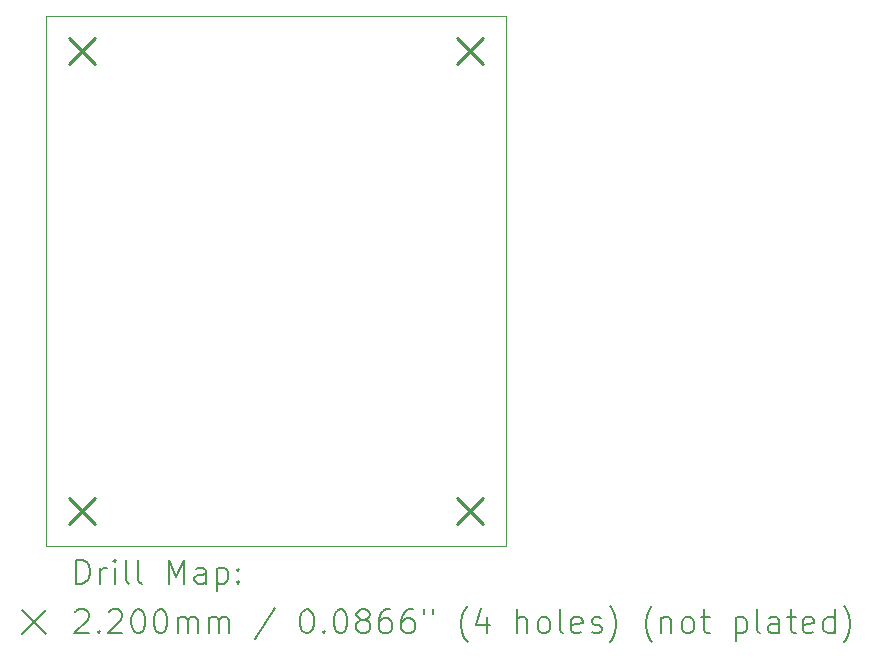
<source format=gbr>
%TF.GenerationSoftware,KiCad,Pcbnew,8.0.1*%
%TF.CreationDate,2024-04-15T20:02:09-07:00*%
%TF.ProjectId,Ideal OR Diode,49646561-6c20-44f5-9220-44696f64652e,1.0*%
%TF.SameCoordinates,Original*%
%TF.FileFunction,Drillmap*%
%TF.FilePolarity,Positive*%
%FSLAX45Y45*%
G04 Gerber Fmt 4.5, Leading zero omitted, Abs format (unit mm)*
G04 Created by KiCad (PCBNEW 8.0.1) date 2024-04-15 20:02:09*
%MOMM*%
%LPD*%
G01*
G04 APERTURE LIST*
%ADD10C,0.100000*%
%ADD11C,0.200000*%
%ADD12C,0.220000*%
G04 APERTURE END LIST*
D10*
X11400000Y-6080000D02*
X15290000Y-6080000D01*
X15290000Y-10570000D01*
X11400000Y-10570000D01*
X11400000Y-6080000D01*
D11*
D12*
X11590000Y-6270000D02*
X11810000Y-6490000D01*
X11810000Y-6270000D02*
X11590000Y-6490000D01*
X11590000Y-10160000D02*
X11810000Y-10380000D01*
X11810000Y-10160000D02*
X11590000Y-10380000D01*
X14880000Y-6270000D02*
X15100000Y-6490000D01*
X15100000Y-6270000D02*
X14880000Y-6490000D01*
X14880000Y-10160000D02*
X15100000Y-10380000D01*
X15100000Y-10160000D02*
X14880000Y-10380000D01*
D11*
X11655777Y-10886484D02*
X11655777Y-10686484D01*
X11655777Y-10686484D02*
X11703396Y-10686484D01*
X11703396Y-10686484D02*
X11731967Y-10696008D01*
X11731967Y-10696008D02*
X11751015Y-10715055D01*
X11751015Y-10715055D02*
X11760539Y-10734103D01*
X11760539Y-10734103D02*
X11770062Y-10772198D01*
X11770062Y-10772198D02*
X11770062Y-10800770D01*
X11770062Y-10800770D02*
X11760539Y-10838865D01*
X11760539Y-10838865D02*
X11751015Y-10857912D01*
X11751015Y-10857912D02*
X11731967Y-10876960D01*
X11731967Y-10876960D02*
X11703396Y-10886484D01*
X11703396Y-10886484D02*
X11655777Y-10886484D01*
X11855777Y-10886484D02*
X11855777Y-10753150D01*
X11855777Y-10791246D02*
X11865301Y-10772198D01*
X11865301Y-10772198D02*
X11874824Y-10762674D01*
X11874824Y-10762674D02*
X11893872Y-10753150D01*
X11893872Y-10753150D02*
X11912920Y-10753150D01*
X11979586Y-10886484D02*
X11979586Y-10753150D01*
X11979586Y-10686484D02*
X11970062Y-10696008D01*
X11970062Y-10696008D02*
X11979586Y-10705531D01*
X11979586Y-10705531D02*
X11989110Y-10696008D01*
X11989110Y-10696008D02*
X11979586Y-10686484D01*
X11979586Y-10686484D02*
X11979586Y-10705531D01*
X12103396Y-10886484D02*
X12084348Y-10876960D01*
X12084348Y-10876960D02*
X12074824Y-10857912D01*
X12074824Y-10857912D02*
X12074824Y-10686484D01*
X12208158Y-10886484D02*
X12189110Y-10876960D01*
X12189110Y-10876960D02*
X12179586Y-10857912D01*
X12179586Y-10857912D02*
X12179586Y-10686484D01*
X12436729Y-10886484D02*
X12436729Y-10686484D01*
X12436729Y-10686484D02*
X12503396Y-10829341D01*
X12503396Y-10829341D02*
X12570062Y-10686484D01*
X12570062Y-10686484D02*
X12570062Y-10886484D01*
X12751015Y-10886484D02*
X12751015Y-10781722D01*
X12751015Y-10781722D02*
X12741491Y-10762674D01*
X12741491Y-10762674D02*
X12722443Y-10753150D01*
X12722443Y-10753150D02*
X12684348Y-10753150D01*
X12684348Y-10753150D02*
X12665301Y-10762674D01*
X12751015Y-10876960D02*
X12731967Y-10886484D01*
X12731967Y-10886484D02*
X12684348Y-10886484D01*
X12684348Y-10886484D02*
X12665301Y-10876960D01*
X12665301Y-10876960D02*
X12655777Y-10857912D01*
X12655777Y-10857912D02*
X12655777Y-10838865D01*
X12655777Y-10838865D02*
X12665301Y-10819817D01*
X12665301Y-10819817D02*
X12684348Y-10810293D01*
X12684348Y-10810293D02*
X12731967Y-10810293D01*
X12731967Y-10810293D02*
X12751015Y-10800770D01*
X12846253Y-10753150D02*
X12846253Y-10953150D01*
X12846253Y-10762674D02*
X12865301Y-10753150D01*
X12865301Y-10753150D02*
X12903396Y-10753150D01*
X12903396Y-10753150D02*
X12922443Y-10762674D01*
X12922443Y-10762674D02*
X12931967Y-10772198D01*
X12931967Y-10772198D02*
X12941491Y-10791246D01*
X12941491Y-10791246D02*
X12941491Y-10848389D01*
X12941491Y-10848389D02*
X12931967Y-10867436D01*
X12931967Y-10867436D02*
X12922443Y-10876960D01*
X12922443Y-10876960D02*
X12903396Y-10886484D01*
X12903396Y-10886484D02*
X12865301Y-10886484D01*
X12865301Y-10886484D02*
X12846253Y-10876960D01*
X13027205Y-10867436D02*
X13036729Y-10876960D01*
X13036729Y-10876960D02*
X13027205Y-10886484D01*
X13027205Y-10886484D02*
X13017682Y-10876960D01*
X13017682Y-10876960D02*
X13027205Y-10867436D01*
X13027205Y-10867436D02*
X13027205Y-10886484D01*
X13027205Y-10762674D02*
X13036729Y-10772198D01*
X13036729Y-10772198D02*
X13027205Y-10781722D01*
X13027205Y-10781722D02*
X13017682Y-10772198D01*
X13017682Y-10772198D02*
X13027205Y-10762674D01*
X13027205Y-10762674D02*
X13027205Y-10781722D01*
X11195000Y-11115000D02*
X11395000Y-11315000D01*
X11395000Y-11115000D02*
X11195000Y-11315000D01*
X11646253Y-11125531D02*
X11655777Y-11116008D01*
X11655777Y-11116008D02*
X11674824Y-11106484D01*
X11674824Y-11106484D02*
X11722443Y-11106484D01*
X11722443Y-11106484D02*
X11741491Y-11116008D01*
X11741491Y-11116008D02*
X11751015Y-11125531D01*
X11751015Y-11125531D02*
X11760539Y-11144579D01*
X11760539Y-11144579D02*
X11760539Y-11163627D01*
X11760539Y-11163627D02*
X11751015Y-11192198D01*
X11751015Y-11192198D02*
X11636729Y-11306484D01*
X11636729Y-11306484D02*
X11760539Y-11306484D01*
X11846253Y-11287436D02*
X11855777Y-11296960D01*
X11855777Y-11296960D02*
X11846253Y-11306484D01*
X11846253Y-11306484D02*
X11836729Y-11296960D01*
X11836729Y-11296960D02*
X11846253Y-11287436D01*
X11846253Y-11287436D02*
X11846253Y-11306484D01*
X11931967Y-11125531D02*
X11941491Y-11116008D01*
X11941491Y-11116008D02*
X11960539Y-11106484D01*
X11960539Y-11106484D02*
X12008158Y-11106484D01*
X12008158Y-11106484D02*
X12027205Y-11116008D01*
X12027205Y-11116008D02*
X12036729Y-11125531D01*
X12036729Y-11125531D02*
X12046253Y-11144579D01*
X12046253Y-11144579D02*
X12046253Y-11163627D01*
X12046253Y-11163627D02*
X12036729Y-11192198D01*
X12036729Y-11192198D02*
X11922443Y-11306484D01*
X11922443Y-11306484D02*
X12046253Y-11306484D01*
X12170062Y-11106484D02*
X12189110Y-11106484D01*
X12189110Y-11106484D02*
X12208158Y-11116008D01*
X12208158Y-11116008D02*
X12217682Y-11125531D01*
X12217682Y-11125531D02*
X12227205Y-11144579D01*
X12227205Y-11144579D02*
X12236729Y-11182674D01*
X12236729Y-11182674D02*
X12236729Y-11230293D01*
X12236729Y-11230293D02*
X12227205Y-11268388D01*
X12227205Y-11268388D02*
X12217682Y-11287436D01*
X12217682Y-11287436D02*
X12208158Y-11296960D01*
X12208158Y-11296960D02*
X12189110Y-11306484D01*
X12189110Y-11306484D02*
X12170062Y-11306484D01*
X12170062Y-11306484D02*
X12151015Y-11296960D01*
X12151015Y-11296960D02*
X12141491Y-11287436D01*
X12141491Y-11287436D02*
X12131967Y-11268388D01*
X12131967Y-11268388D02*
X12122443Y-11230293D01*
X12122443Y-11230293D02*
X12122443Y-11182674D01*
X12122443Y-11182674D02*
X12131967Y-11144579D01*
X12131967Y-11144579D02*
X12141491Y-11125531D01*
X12141491Y-11125531D02*
X12151015Y-11116008D01*
X12151015Y-11116008D02*
X12170062Y-11106484D01*
X12360539Y-11106484D02*
X12379586Y-11106484D01*
X12379586Y-11106484D02*
X12398634Y-11116008D01*
X12398634Y-11116008D02*
X12408158Y-11125531D01*
X12408158Y-11125531D02*
X12417682Y-11144579D01*
X12417682Y-11144579D02*
X12427205Y-11182674D01*
X12427205Y-11182674D02*
X12427205Y-11230293D01*
X12427205Y-11230293D02*
X12417682Y-11268388D01*
X12417682Y-11268388D02*
X12408158Y-11287436D01*
X12408158Y-11287436D02*
X12398634Y-11296960D01*
X12398634Y-11296960D02*
X12379586Y-11306484D01*
X12379586Y-11306484D02*
X12360539Y-11306484D01*
X12360539Y-11306484D02*
X12341491Y-11296960D01*
X12341491Y-11296960D02*
X12331967Y-11287436D01*
X12331967Y-11287436D02*
X12322443Y-11268388D01*
X12322443Y-11268388D02*
X12312920Y-11230293D01*
X12312920Y-11230293D02*
X12312920Y-11182674D01*
X12312920Y-11182674D02*
X12322443Y-11144579D01*
X12322443Y-11144579D02*
X12331967Y-11125531D01*
X12331967Y-11125531D02*
X12341491Y-11116008D01*
X12341491Y-11116008D02*
X12360539Y-11106484D01*
X12512920Y-11306484D02*
X12512920Y-11173150D01*
X12512920Y-11192198D02*
X12522443Y-11182674D01*
X12522443Y-11182674D02*
X12541491Y-11173150D01*
X12541491Y-11173150D02*
X12570063Y-11173150D01*
X12570063Y-11173150D02*
X12589110Y-11182674D01*
X12589110Y-11182674D02*
X12598634Y-11201722D01*
X12598634Y-11201722D02*
X12598634Y-11306484D01*
X12598634Y-11201722D02*
X12608158Y-11182674D01*
X12608158Y-11182674D02*
X12627205Y-11173150D01*
X12627205Y-11173150D02*
X12655777Y-11173150D01*
X12655777Y-11173150D02*
X12674824Y-11182674D01*
X12674824Y-11182674D02*
X12684348Y-11201722D01*
X12684348Y-11201722D02*
X12684348Y-11306484D01*
X12779586Y-11306484D02*
X12779586Y-11173150D01*
X12779586Y-11192198D02*
X12789110Y-11182674D01*
X12789110Y-11182674D02*
X12808158Y-11173150D01*
X12808158Y-11173150D02*
X12836729Y-11173150D01*
X12836729Y-11173150D02*
X12855777Y-11182674D01*
X12855777Y-11182674D02*
X12865301Y-11201722D01*
X12865301Y-11201722D02*
X12865301Y-11306484D01*
X12865301Y-11201722D02*
X12874824Y-11182674D01*
X12874824Y-11182674D02*
X12893872Y-11173150D01*
X12893872Y-11173150D02*
X12922443Y-11173150D01*
X12922443Y-11173150D02*
X12941491Y-11182674D01*
X12941491Y-11182674D02*
X12951015Y-11201722D01*
X12951015Y-11201722D02*
X12951015Y-11306484D01*
X13341491Y-11096960D02*
X13170063Y-11354103D01*
X13598634Y-11106484D02*
X13617682Y-11106484D01*
X13617682Y-11106484D02*
X13636729Y-11116008D01*
X13636729Y-11116008D02*
X13646253Y-11125531D01*
X13646253Y-11125531D02*
X13655777Y-11144579D01*
X13655777Y-11144579D02*
X13665301Y-11182674D01*
X13665301Y-11182674D02*
X13665301Y-11230293D01*
X13665301Y-11230293D02*
X13655777Y-11268388D01*
X13655777Y-11268388D02*
X13646253Y-11287436D01*
X13646253Y-11287436D02*
X13636729Y-11296960D01*
X13636729Y-11296960D02*
X13617682Y-11306484D01*
X13617682Y-11306484D02*
X13598634Y-11306484D01*
X13598634Y-11306484D02*
X13579586Y-11296960D01*
X13579586Y-11296960D02*
X13570063Y-11287436D01*
X13570063Y-11287436D02*
X13560539Y-11268388D01*
X13560539Y-11268388D02*
X13551015Y-11230293D01*
X13551015Y-11230293D02*
X13551015Y-11182674D01*
X13551015Y-11182674D02*
X13560539Y-11144579D01*
X13560539Y-11144579D02*
X13570063Y-11125531D01*
X13570063Y-11125531D02*
X13579586Y-11116008D01*
X13579586Y-11116008D02*
X13598634Y-11106484D01*
X13751015Y-11287436D02*
X13760539Y-11296960D01*
X13760539Y-11296960D02*
X13751015Y-11306484D01*
X13751015Y-11306484D02*
X13741491Y-11296960D01*
X13741491Y-11296960D02*
X13751015Y-11287436D01*
X13751015Y-11287436D02*
X13751015Y-11306484D01*
X13884348Y-11106484D02*
X13903396Y-11106484D01*
X13903396Y-11106484D02*
X13922444Y-11116008D01*
X13922444Y-11116008D02*
X13931967Y-11125531D01*
X13931967Y-11125531D02*
X13941491Y-11144579D01*
X13941491Y-11144579D02*
X13951015Y-11182674D01*
X13951015Y-11182674D02*
X13951015Y-11230293D01*
X13951015Y-11230293D02*
X13941491Y-11268388D01*
X13941491Y-11268388D02*
X13931967Y-11287436D01*
X13931967Y-11287436D02*
X13922444Y-11296960D01*
X13922444Y-11296960D02*
X13903396Y-11306484D01*
X13903396Y-11306484D02*
X13884348Y-11306484D01*
X13884348Y-11306484D02*
X13865301Y-11296960D01*
X13865301Y-11296960D02*
X13855777Y-11287436D01*
X13855777Y-11287436D02*
X13846253Y-11268388D01*
X13846253Y-11268388D02*
X13836729Y-11230293D01*
X13836729Y-11230293D02*
X13836729Y-11182674D01*
X13836729Y-11182674D02*
X13846253Y-11144579D01*
X13846253Y-11144579D02*
X13855777Y-11125531D01*
X13855777Y-11125531D02*
X13865301Y-11116008D01*
X13865301Y-11116008D02*
X13884348Y-11106484D01*
X14065301Y-11192198D02*
X14046253Y-11182674D01*
X14046253Y-11182674D02*
X14036729Y-11173150D01*
X14036729Y-11173150D02*
X14027206Y-11154103D01*
X14027206Y-11154103D02*
X14027206Y-11144579D01*
X14027206Y-11144579D02*
X14036729Y-11125531D01*
X14036729Y-11125531D02*
X14046253Y-11116008D01*
X14046253Y-11116008D02*
X14065301Y-11106484D01*
X14065301Y-11106484D02*
X14103396Y-11106484D01*
X14103396Y-11106484D02*
X14122444Y-11116008D01*
X14122444Y-11116008D02*
X14131967Y-11125531D01*
X14131967Y-11125531D02*
X14141491Y-11144579D01*
X14141491Y-11144579D02*
X14141491Y-11154103D01*
X14141491Y-11154103D02*
X14131967Y-11173150D01*
X14131967Y-11173150D02*
X14122444Y-11182674D01*
X14122444Y-11182674D02*
X14103396Y-11192198D01*
X14103396Y-11192198D02*
X14065301Y-11192198D01*
X14065301Y-11192198D02*
X14046253Y-11201722D01*
X14046253Y-11201722D02*
X14036729Y-11211246D01*
X14036729Y-11211246D02*
X14027206Y-11230293D01*
X14027206Y-11230293D02*
X14027206Y-11268388D01*
X14027206Y-11268388D02*
X14036729Y-11287436D01*
X14036729Y-11287436D02*
X14046253Y-11296960D01*
X14046253Y-11296960D02*
X14065301Y-11306484D01*
X14065301Y-11306484D02*
X14103396Y-11306484D01*
X14103396Y-11306484D02*
X14122444Y-11296960D01*
X14122444Y-11296960D02*
X14131967Y-11287436D01*
X14131967Y-11287436D02*
X14141491Y-11268388D01*
X14141491Y-11268388D02*
X14141491Y-11230293D01*
X14141491Y-11230293D02*
X14131967Y-11211246D01*
X14131967Y-11211246D02*
X14122444Y-11201722D01*
X14122444Y-11201722D02*
X14103396Y-11192198D01*
X14312920Y-11106484D02*
X14274825Y-11106484D01*
X14274825Y-11106484D02*
X14255777Y-11116008D01*
X14255777Y-11116008D02*
X14246253Y-11125531D01*
X14246253Y-11125531D02*
X14227206Y-11154103D01*
X14227206Y-11154103D02*
X14217682Y-11192198D01*
X14217682Y-11192198D02*
X14217682Y-11268388D01*
X14217682Y-11268388D02*
X14227206Y-11287436D01*
X14227206Y-11287436D02*
X14236729Y-11296960D01*
X14236729Y-11296960D02*
X14255777Y-11306484D01*
X14255777Y-11306484D02*
X14293872Y-11306484D01*
X14293872Y-11306484D02*
X14312920Y-11296960D01*
X14312920Y-11296960D02*
X14322444Y-11287436D01*
X14322444Y-11287436D02*
X14331967Y-11268388D01*
X14331967Y-11268388D02*
X14331967Y-11220769D01*
X14331967Y-11220769D02*
X14322444Y-11201722D01*
X14322444Y-11201722D02*
X14312920Y-11192198D01*
X14312920Y-11192198D02*
X14293872Y-11182674D01*
X14293872Y-11182674D02*
X14255777Y-11182674D01*
X14255777Y-11182674D02*
X14236729Y-11192198D01*
X14236729Y-11192198D02*
X14227206Y-11201722D01*
X14227206Y-11201722D02*
X14217682Y-11220769D01*
X14503396Y-11106484D02*
X14465301Y-11106484D01*
X14465301Y-11106484D02*
X14446253Y-11116008D01*
X14446253Y-11116008D02*
X14436729Y-11125531D01*
X14436729Y-11125531D02*
X14417682Y-11154103D01*
X14417682Y-11154103D02*
X14408158Y-11192198D01*
X14408158Y-11192198D02*
X14408158Y-11268388D01*
X14408158Y-11268388D02*
X14417682Y-11287436D01*
X14417682Y-11287436D02*
X14427206Y-11296960D01*
X14427206Y-11296960D02*
X14446253Y-11306484D01*
X14446253Y-11306484D02*
X14484348Y-11306484D01*
X14484348Y-11306484D02*
X14503396Y-11296960D01*
X14503396Y-11296960D02*
X14512920Y-11287436D01*
X14512920Y-11287436D02*
X14522444Y-11268388D01*
X14522444Y-11268388D02*
X14522444Y-11220769D01*
X14522444Y-11220769D02*
X14512920Y-11201722D01*
X14512920Y-11201722D02*
X14503396Y-11192198D01*
X14503396Y-11192198D02*
X14484348Y-11182674D01*
X14484348Y-11182674D02*
X14446253Y-11182674D01*
X14446253Y-11182674D02*
X14427206Y-11192198D01*
X14427206Y-11192198D02*
X14417682Y-11201722D01*
X14417682Y-11201722D02*
X14408158Y-11220769D01*
X14598634Y-11106484D02*
X14598634Y-11144579D01*
X14674825Y-11106484D02*
X14674825Y-11144579D01*
X14970063Y-11382674D02*
X14960539Y-11373150D01*
X14960539Y-11373150D02*
X14941491Y-11344579D01*
X14941491Y-11344579D02*
X14931968Y-11325531D01*
X14931968Y-11325531D02*
X14922444Y-11296960D01*
X14922444Y-11296960D02*
X14912920Y-11249341D01*
X14912920Y-11249341D02*
X14912920Y-11211246D01*
X14912920Y-11211246D02*
X14922444Y-11163627D01*
X14922444Y-11163627D02*
X14931968Y-11135055D01*
X14931968Y-11135055D02*
X14941491Y-11116008D01*
X14941491Y-11116008D02*
X14960539Y-11087436D01*
X14960539Y-11087436D02*
X14970063Y-11077912D01*
X15131968Y-11173150D02*
X15131968Y-11306484D01*
X15084348Y-11096960D02*
X15036729Y-11239817D01*
X15036729Y-11239817D02*
X15160539Y-11239817D01*
X15389110Y-11306484D02*
X15389110Y-11106484D01*
X15474825Y-11306484D02*
X15474825Y-11201722D01*
X15474825Y-11201722D02*
X15465301Y-11182674D01*
X15465301Y-11182674D02*
X15446253Y-11173150D01*
X15446253Y-11173150D02*
X15417682Y-11173150D01*
X15417682Y-11173150D02*
X15398634Y-11182674D01*
X15398634Y-11182674D02*
X15389110Y-11192198D01*
X15598634Y-11306484D02*
X15579587Y-11296960D01*
X15579587Y-11296960D02*
X15570063Y-11287436D01*
X15570063Y-11287436D02*
X15560539Y-11268388D01*
X15560539Y-11268388D02*
X15560539Y-11211246D01*
X15560539Y-11211246D02*
X15570063Y-11192198D01*
X15570063Y-11192198D02*
X15579587Y-11182674D01*
X15579587Y-11182674D02*
X15598634Y-11173150D01*
X15598634Y-11173150D02*
X15627206Y-11173150D01*
X15627206Y-11173150D02*
X15646253Y-11182674D01*
X15646253Y-11182674D02*
X15655777Y-11192198D01*
X15655777Y-11192198D02*
X15665301Y-11211246D01*
X15665301Y-11211246D02*
X15665301Y-11268388D01*
X15665301Y-11268388D02*
X15655777Y-11287436D01*
X15655777Y-11287436D02*
X15646253Y-11296960D01*
X15646253Y-11296960D02*
X15627206Y-11306484D01*
X15627206Y-11306484D02*
X15598634Y-11306484D01*
X15779587Y-11306484D02*
X15760539Y-11296960D01*
X15760539Y-11296960D02*
X15751015Y-11277912D01*
X15751015Y-11277912D02*
X15751015Y-11106484D01*
X15931968Y-11296960D02*
X15912920Y-11306484D01*
X15912920Y-11306484D02*
X15874825Y-11306484D01*
X15874825Y-11306484D02*
X15855777Y-11296960D01*
X15855777Y-11296960D02*
X15846253Y-11277912D01*
X15846253Y-11277912D02*
X15846253Y-11201722D01*
X15846253Y-11201722D02*
X15855777Y-11182674D01*
X15855777Y-11182674D02*
X15874825Y-11173150D01*
X15874825Y-11173150D02*
X15912920Y-11173150D01*
X15912920Y-11173150D02*
X15931968Y-11182674D01*
X15931968Y-11182674D02*
X15941491Y-11201722D01*
X15941491Y-11201722D02*
X15941491Y-11220769D01*
X15941491Y-11220769D02*
X15846253Y-11239817D01*
X16017682Y-11296960D02*
X16036730Y-11306484D01*
X16036730Y-11306484D02*
X16074825Y-11306484D01*
X16074825Y-11306484D02*
X16093872Y-11296960D01*
X16093872Y-11296960D02*
X16103396Y-11277912D01*
X16103396Y-11277912D02*
X16103396Y-11268388D01*
X16103396Y-11268388D02*
X16093872Y-11249341D01*
X16093872Y-11249341D02*
X16074825Y-11239817D01*
X16074825Y-11239817D02*
X16046253Y-11239817D01*
X16046253Y-11239817D02*
X16027206Y-11230293D01*
X16027206Y-11230293D02*
X16017682Y-11211246D01*
X16017682Y-11211246D02*
X16017682Y-11201722D01*
X16017682Y-11201722D02*
X16027206Y-11182674D01*
X16027206Y-11182674D02*
X16046253Y-11173150D01*
X16046253Y-11173150D02*
X16074825Y-11173150D01*
X16074825Y-11173150D02*
X16093872Y-11182674D01*
X16170063Y-11382674D02*
X16179587Y-11373150D01*
X16179587Y-11373150D02*
X16198634Y-11344579D01*
X16198634Y-11344579D02*
X16208158Y-11325531D01*
X16208158Y-11325531D02*
X16217682Y-11296960D01*
X16217682Y-11296960D02*
X16227206Y-11249341D01*
X16227206Y-11249341D02*
X16227206Y-11211246D01*
X16227206Y-11211246D02*
X16217682Y-11163627D01*
X16217682Y-11163627D02*
X16208158Y-11135055D01*
X16208158Y-11135055D02*
X16198634Y-11116008D01*
X16198634Y-11116008D02*
X16179587Y-11087436D01*
X16179587Y-11087436D02*
X16170063Y-11077912D01*
X16531968Y-11382674D02*
X16522444Y-11373150D01*
X16522444Y-11373150D02*
X16503396Y-11344579D01*
X16503396Y-11344579D02*
X16493872Y-11325531D01*
X16493872Y-11325531D02*
X16484349Y-11296960D01*
X16484349Y-11296960D02*
X16474825Y-11249341D01*
X16474825Y-11249341D02*
X16474825Y-11211246D01*
X16474825Y-11211246D02*
X16484349Y-11163627D01*
X16484349Y-11163627D02*
X16493872Y-11135055D01*
X16493872Y-11135055D02*
X16503396Y-11116008D01*
X16503396Y-11116008D02*
X16522444Y-11087436D01*
X16522444Y-11087436D02*
X16531968Y-11077912D01*
X16608158Y-11173150D02*
X16608158Y-11306484D01*
X16608158Y-11192198D02*
X16617682Y-11182674D01*
X16617682Y-11182674D02*
X16636730Y-11173150D01*
X16636730Y-11173150D02*
X16665301Y-11173150D01*
X16665301Y-11173150D02*
X16684349Y-11182674D01*
X16684349Y-11182674D02*
X16693872Y-11201722D01*
X16693872Y-11201722D02*
X16693872Y-11306484D01*
X16817682Y-11306484D02*
X16798634Y-11296960D01*
X16798634Y-11296960D02*
X16789111Y-11287436D01*
X16789111Y-11287436D02*
X16779587Y-11268388D01*
X16779587Y-11268388D02*
X16779587Y-11211246D01*
X16779587Y-11211246D02*
X16789111Y-11192198D01*
X16789111Y-11192198D02*
X16798634Y-11182674D01*
X16798634Y-11182674D02*
X16817682Y-11173150D01*
X16817682Y-11173150D02*
X16846254Y-11173150D01*
X16846254Y-11173150D02*
X16865301Y-11182674D01*
X16865301Y-11182674D02*
X16874825Y-11192198D01*
X16874825Y-11192198D02*
X16884349Y-11211246D01*
X16884349Y-11211246D02*
X16884349Y-11268388D01*
X16884349Y-11268388D02*
X16874825Y-11287436D01*
X16874825Y-11287436D02*
X16865301Y-11296960D01*
X16865301Y-11296960D02*
X16846254Y-11306484D01*
X16846254Y-11306484D02*
X16817682Y-11306484D01*
X16941492Y-11173150D02*
X17017682Y-11173150D01*
X16970063Y-11106484D02*
X16970063Y-11277912D01*
X16970063Y-11277912D02*
X16979587Y-11296960D01*
X16979587Y-11296960D02*
X16998634Y-11306484D01*
X16998634Y-11306484D02*
X17017682Y-11306484D01*
X17236730Y-11173150D02*
X17236730Y-11373150D01*
X17236730Y-11182674D02*
X17255777Y-11173150D01*
X17255777Y-11173150D02*
X17293873Y-11173150D01*
X17293873Y-11173150D02*
X17312920Y-11182674D01*
X17312920Y-11182674D02*
X17322444Y-11192198D01*
X17322444Y-11192198D02*
X17331968Y-11211246D01*
X17331968Y-11211246D02*
X17331968Y-11268388D01*
X17331968Y-11268388D02*
X17322444Y-11287436D01*
X17322444Y-11287436D02*
X17312920Y-11296960D01*
X17312920Y-11296960D02*
X17293873Y-11306484D01*
X17293873Y-11306484D02*
X17255777Y-11306484D01*
X17255777Y-11306484D02*
X17236730Y-11296960D01*
X17446254Y-11306484D02*
X17427206Y-11296960D01*
X17427206Y-11296960D02*
X17417682Y-11277912D01*
X17417682Y-11277912D02*
X17417682Y-11106484D01*
X17608158Y-11306484D02*
X17608158Y-11201722D01*
X17608158Y-11201722D02*
X17598635Y-11182674D01*
X17598635Y-11182674D02*
X17579587Y-11173150D01*
X17579587Y-11173150D02*
X17541492Y-11173150D01*
X17541492Y-11173150D02*
X17522444Y-11182674D01*
X17608158Y-11296960D02*
X17589111Y-11306484D01*
X17589111Y-11306484D02*
X17541492Y-11306484D01*
X17541492Y-11306484D02*
X17522444Y-11296960D01*
X17522444Y-11296960D02*
X17512920Y-11277912D01*
X17512920Y-11277912D02*
X17512920Y-11258865D01*
X17512920Y-11258865D02*
X17522444Y-11239817D01*
X17522444Y-11239817D02*
X17541492Y-11230293D01*
X17541492Y-11230293D02*
X17589111Y-11230293D01*
X17589111Y-11230293D02*
X17608158Y-11220769D01*
X17674825Y-11173150D02*
X17751015Y-11173150D01*
X17703396Y-11106484D02*
X17703396Y-11277912D01*
X17703396Y-11277912D02*
X17712920Y-11296960D01*
X17712920Y-11296960D02*
X17731968Y-11306484D01*
X17731968Y-11306484D02*
X17751015Y-11306484D01*
X17893873Y-11296960D02*
X17874825Y-11306484D01*
X17874825Y-11306484D02*
X17836730Y-11306484D01*
X17836730Y-11306484D02*
X17817682Y-11296960D01*
X17817682Y-11296960D02*
X17808158Y-11277912D01*
X17808158Y-11277912D02*
X17808158Y-11201722D01*
X17808158Y-11201722D02*
X17817682Y-11182674D01*
X17817682Y-11182674D02*
X17836730Y-11173150D01*
X17836730Y-11173150D02*
X17874825Y-11173150D01*
X17874825Y-11173150D02*
X17893873Y-11182674D01*
X17893873Y-11182674D02*
X17903396Y-11201722D01*
X17903396Y-11201722D02*
X17903396Y-11220769D01*
X17903396Y-11220769D02*
X17808158Y-11239817D01*
X18074825Y-11306484D02*
X18074825Y-11106484D01*
X18074825Y-11296960D02*
X18055777Y-11306484D01*
X18055777Y-11306484D02*
X18017682Y-11306484D01*
X18017682Y-11306484D02*
X17998635Y-11296960D01*
X17998635Y-11296960D02*
X17989111Y-11287436D01*
X17989111Y-11287436D02*
X17979587Y-11268388D01*
X17979587Y-11268388D02*
X17979587Y-11211246D01*
X17979587Y-11211246D02*
X17989111Y-11192198D01*
X17989111Y-11192198D02*
X17998635Y-11182674D01*
X17998635Y-11182674D02*
X18017682Y-11173150D01*
X18017682Y-11173150D02*
X18055777Y-11173150D01*
X18055777Y-11173150D02*
X18074825Y-11182674D01*
X18151016Y-11382674D02*
X18160539Y-11373150D01*
X18160539Y-11373150D02*
X18179587Y-11344579D01*
X18179587Y-11344579D02*
X18189111Y-11325531D01*
X18189111Y-11325531D02*
X18198635Y-11296960D01*
X18198635Y-11296960D02*
X18208158Y-11249341D01*
X18208158Y-11249341D02*
X18208158Y-11211246D01*
X18208158Y-11211246D02*
X18198635Y-11163627D01*
X18198635Y-11163627D02*
X18189111Y-11135055D01*
X18189111Y-11135055D02*
X18179587Y-11116008D01*
X18179587Y-11116008D02*
X18160539Y-11087436D01*
X18160539Y-11087436D02*
X18151016Y-11077912D01*
M02*

</source>
